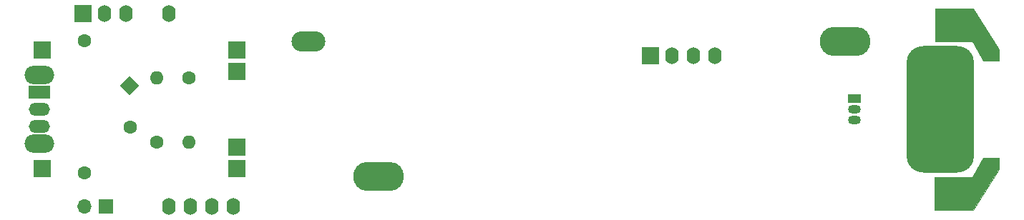
<source format=gbr>
%TF.GenerationSoftware,KiCad,Pcbnew,8.0.1*%
%TF.CreationDate,2024-06-06T13:27:34-04:00*%
%TF.ProjectId,PillPCB,50696c6c-5043-4422-9e6b-696361645f70,rev?*%
%TF.SameCoordinates,Original*%
%TF.FileFunction,Soldermask,Bot*%
%TF.FilePolarity,Negative*%
%FSLAX46Y46*%
G04 Gerber Fmt 4.6, Leading zero omitted, Abs format (unit mm)*
G04 Created by KiCad (PCBNEW 8.0.1) date 2024-06-06 13:27:34*
%MOMM*%
%LPD*%
G01*
G04 APERTURE LIST*
G04 Aperture macros list*
%AMRoundRect*
0 Rectangle with rounded corners*
0 $1 Rounding radius*
0 $2 $3 $4 $5 $6 $7 $8 $9 X,Y pos of 4 corners*
0 Add a 4 corners polygon primitive as box body*
4,1,4,$2,$3,$4,$5,$6,$7,$8,$9,$2,$3,0*
0 Add four circle primitives for the rounded corners*
1,1,$1+$1,$2,$3*
1,1,$1+$1,$4,$5*
1,1,$1+$1,$6,$7*
1,1,$1+$1,$8,$9*
0 Add four rect primitives between the rounded corners*
20,1,$1+$1,$2,$3,$4,$5,0*
20,1,$1+$1,$4,$5,$6,$7,0*
20,1,$1+$1,$6,$7,$8,$9,0*
20,1,$1+$1,$8,$9,$2,$3,0*%
%AMHorizOval*
0 Thick line with rounded ends*
0 $1 width*
0 $2 $3 position (X,Y) of the first rounded end (center of the circle)*
0 $4 $5 position (X,Y) of the second rounded end (center of the circle)*
0 Add line between two ends*
20,1,$1,$2,$3,$4,$5,0*
0 Add two circle primitives to create the rounded ends*
1,1,$1,$2,$3*
1,1,$1,$4,$5*%
%AMRotRect*
0 Rectangle, with rotation*
0 The origin of the aperture is its center*
0 $1 length*
0 $2 width*
0 $3 Rotation angle, in degrees counterclockwise*
0 Add horizontal line*
21,1,$1,$2,0,0,$3*%
G04 Aperture macros list end*
%ADD10C,0.100000*%
%ADD11O,4.000000X2.390000*%
%ADD12O,6.000000X3.450000*%
%ADD13R,1.700000X1.700000*%
%ADD14O,1.700000X1.700000*%
%ADD15O,3.500000X2.200000*%
%ADD16R,2.500000X1.500000*%
%ADD17O,2.500000X1.500000*%
%ADD18C,1.600000*%
%ADD19O,1.600000X1.600000*%
%ADD20HorizOval,1.600000X0.000000X0.000000X0.000000X0.000000X0*%
%ADD21R,2.000000X2.000000*%
%ADD22RotRect,1.600000X1.600000X135.000000*%
%ADD23HorizOval,1.600000X0.000000X0.000000X0.000000X0.000000X0*%
%ADD24R,1.500000X1.050000*%
%ADD25O,1.500000X1.050000*%
%ADD26RoundRect,2.000000X2.000000X5.500000X-2.000000X5.500000X-2.000000X-5.500000X2.000000X-5.500000X0*%
%ADD27O,1.600000X2.000000*%
G04 APERTURE END LIST*
D10*
%TO.C,REF\u002A\u002A*%
X167640000Y-86568890D02*
X163240036Y-86568890D01*
X163240036Y-82677000D01*
X167640000Y-82677000D01*
X167640000Y-86568890D01*
G36*
X167640000Y-86568890D02*
G01*
X163240036Y-86568890D01*
X163240036Y-82677000D01*
X167640000Y-82677000D01*
X167640000Y-86568890D01*
G37*
X167640000Y-106561890D02*
X163195000Y-106561890D01*
X163195000Y-102670000D01*
X167640000Y-102670000D01*
X167640000Y-106561890D01*
G36*
X167640000Y-106561890D02*
G01*
X163195000Y-106561890D01*
X163195000Y-102670000D01*
X167640000Y-102670000D01*
X167640000Y-106561890D01*
G37*
X170815000Y-87503000D02*
X170815000Y-88900000D01*
X168910000Y-88900000D01*
X167640000Y-86568890D01*
X167005000Y-82677000D01*
X167767000Y-82677000D01*
X170815000Y-87503000D01*
G36*
X170815000Y-87503000D02*
G01*
X170815000Y-88900000D01*
X168910000Y-88900000D01*
X167640000Y-86568890D01*
X167005000Y-82677000D01*
X167767000Y-82677000D01*
X170815000Y-87503000D01*
G37*
X170769964Y-101735890D02*
X167721964Y-106561890D01*
X166959964Y-106561890D01*
X167640000Y-102670000D01*
X168910000Y-100338890D01*
X170769964Y-100338890D01*
X170769964Y-101735890D01*
G36*
X170769964Y-101735890D02*
G01*
X167721964Y-106561890D01*
X166959964Y-106561890D01*
X167640000Y-102670000D01*
X168910000Y-100338890D01*
X170769964Y-100338890D01*
X170769964Y-101735890D01*
G37*
%TD*%
D11*
%TO.C,BAT1*%
X89070000Y-86615000D03*
D12*
X97400000Y-102615000D03*
X152600000Y-86615000D03*
%TD*%
D13*
%TO.C,J1*%
X65151000Y-106172000D03*
D14*
X62611000Y-106172000D03*
%TD*%
D15*
%TO.C,SW1*%
X57245000Y-90515000D03*
X57245000Y-98715000D03*
D16*
X57245000Y-92615000D03*
D17*
X57245000Y-94615000D03*
X57245000Y-96615000D03*
%TD*%
D18*
%TO.C,R3*%
X74930000Y-90900000D03*
D19*
X74930000Y-98520000D03*
%TD*%
D18*
%TO.C,R2*%
X71120000Y-98500000D03*
D19*
X71120000Y-90880000D03*
%TD*%
D18*
%TO.C,R1*%
X62613371Y-102162154D03*
D20*
X68001525Y-96774000D03*
%TD*%
D21*
%TO.C,U2*%
X57645000Y-87630000D03*
X57645000Y-101630000D03*
X80645000Y-87630000D03*
X80645000Y-101630000D03*
X80645000Y-90170000D03*
X80645000Y-99090000D03*
%TD*%
D22*
%TO.C,D1*%
X67972077Y-91848077D03*
D23*
X62583923Y-86459923D03*
%TD*%
D24*
%TO.C,U4*%
X153670000Y-93350000D03*
D25*
X153670000Y-94620000D03*
X153670000Y-95890000D03*
%TD*%
D26*
%TO.C,REF\u002A\u002A*%
X163830000Y-94615000D03*
%TD*%
D21*
%TO.C,U1*%
X62420000Y-83260000D03*
D27*
X64960000Y-83260000D03*
X67500000Y-83260000D03*
X72580000Y-83260000D03*
X80200000Y-106120000D03*
X77660000Y-106120000D03*
X75120000Y-106120000D03*
X72580000Y-106120000D03*
%TD*%
D21*
%TO.C,U3*%
X129540000Y-88265000D03*
D27*
X132080000Y-88265000D03*
X134620000Y-88265000D03*
X137160000Y-88265000D03*
%TD*%
M02*

</source>
